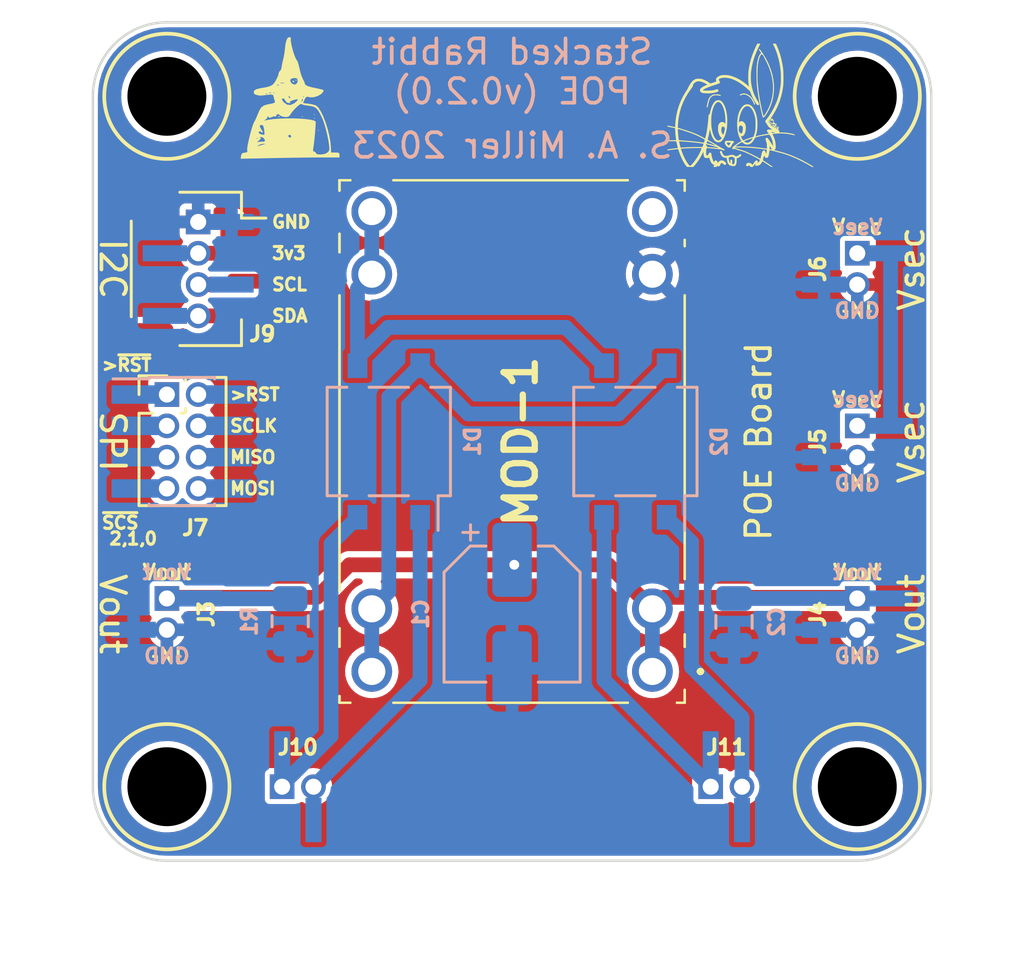
<source format=kicad_pcb>
(kicad_pcb (version 20211014) (generator pcbnew)
  (title_block (title "POE") (rev "0.2.0") (company "The Nerd Mage"))
  (layers (0 "F.Cu" signal) (31 "B.Cu" signal) (34 "B.Paste" user) (35 "F.Paste" user) (36 "B.SilkS" user "B.Silkscreen") (37 "F.SilkS" user "F.Silkscreen") (38 "B.Mask" user) (39 "F.Mask" user) (44 "Edge.Cuts" user))
  (net 0 "")
  (net 1 "Vsec")
  (net 2 "SDA")
  (net 3 "SCL")
  (net 4 "~{RESET}")
  (net 5 "RESET")
  (net 6 "Vcc?")
  (net 7 "Vout")
  (net 8 "GND")
  (net 10 "VB2")
  (net 11 "VB1")
  (net 12 "Vin+")
  (net 13 "Vin-")
  (net 14 "VA2")
  (net 15 "VA1")
  (net 16 "~{SCS}2")
  (net 17 "SCLK")
  (net 18 "MOSI")
  (net 19 "MISO")
  (net 20 "~{SCS}1")
  (net 21 "~{SCS}0")
  (footprint "Tinker:Mount" (layer "F.Cu") (at 114 114)
    (fp_text reference "REF**" hide)
    (fp_text value "Mount" hide)
    (pad "" np_thru_hole circle (at 0 0) (size 3.2 3.2) (drill 3.2) (layers *.Mask))
  )
  (footprint "Tinker:QWIIC_Stack_II" (layer "F.Cu") (at 87.27 93 -90)
    (fp_text reference "J9" (at 2.639626 -2.601746 180) (layer "F.SilkS") (effects (font (size 0.6 0.6))))
    (fp_text value "QWIIC_Stackable")
    (pad "1" smd rect (at -1.905 -1.35) (size 1.8 0.65) (layers "B.Cu" "B.Paste" "B.Mask") (net 8 "GND"))
    (pad "1" smd roundrect (at -1.5 -1.97 270) (size 0.6 1.55) (layers "F.Cu" "F.Paste" "F.Mask") (net 8 "GND"))
    (pad "1" thru_hole rect (at -1.905 0) (size 1 1) (drill 0.65) (layers *.Cu *.Mask) (net 8 "GND"))
    (pad "1" smd roundrect (at -1.905 -0.877656 270) (size 0.6 1.55) (layers "F.Cu" "F.Paste" "F.Mask") (net 8 "GND"))
    (pad "2" smd roundrect (at -0.5 -1.97 270) (size 0.6 1.55) (layers "F.Cu" "F.Paste" "F.Mask") (net 6 "Vcc?"))
    (pad "2" smd rect (at -0.635 1.35) (size 1.8 0.65) (layers "B.Cu" "B.Paste" "B.Mask") (net 6 "Vcc?"))
    (pad "2" thru_hole oval (at -0.635 0) (size 1 1) (drill 0.65) (layers *.Cu *.Mask) (net 6 "Vcc?"))
    (pad "2" smd roundrect (at -0.635 -0.877656 270) (size 0.6 1.55) (layers "F.Cu" "F.Paste" "F.Mask") (net 6 "Vcc?"))
    (pad "3" smd rect (at 0.635 -1.35) (size 1.8 0.65) (layers "B.Cu" "B.Paste" "B.Mask") (net 2 "SDA"))
    (pad "3" smd roundrect (at 0.5 -1.97 270) (size 0.6 1.55) (layers "F.Cu" "F.Paste" "F.Mask") (net 2 "SDA"))
    (pad "3" thru_hole oval (at 0.635 0) (size 1 1) (drill 0.65) (layers *.Cu *.Mask) (net 2 "SDA"))
    (pad "3" smd roundrect (at 0.635 -0.877656 270) (size 0.6 1.55) (layers "F.Cu" "F.Paste" "F.Mask") (net 2 "SDA"))
    (pad "4" smd rect (at 1.905 1.35) (size 1.8 0.65) (layers "B.Cu" "B.Paste" "B.Mask") (net 3 "SCL"))
    (pad "4" thru_hole oval (at 1.905 0) (size 1 1) (drill 0.65) (layers *.Cu *.Mask) (net 3 "SCL"))
    (pad "4" smd roundrect (at 1.5 -1.97 270) (size 0.6 1.55) (layers "F.Cu" "F.Paste" "F.Mask") (net 3 "SCL"))
    (pad "4" smd roundrect (at 1.905 -0.877656 270) (size 0.6 1.55) (layers "F.Cu" "F.Paste" "F.Mask") (net 3 "SCL"))
    (pad "MP" smd roundrect (at -2.8 1.905 270) (size 1.2 1.8) (layers "F.Cu" "F.Paste" "F.Mask") (roundrect_rratio 0.208333) (net 8 "GND"))
    (pad "MP" smd roundrect (at 2.8 1.905 270) (size 1.2 1.8) (layers "F.Cu" "F.Paste" "F.Mask") (roundrect_rratio 0.208333) (net 8 "GND"))
  )
  (footprint "Tinker:Board_Stacker_2" (layer "F.Cu") (at 108.055 114 90)
    (fp_text reference "J11" (at 1.6 0.635) (layer "F.SilkS") (effects (font (size 0.6 0.6))))
    (fp_text value "Conn_01x02_Male")
    (pad "1" thru_hole rect (at 0 0 90) (size 1 1) (drill 0.65) (layers *.Cu *.Mask) (net 15 "VA1"))
    (pad "1" smd rect (at 1.35 0 90) (size 1.8 0.65) (layers "B.Cu" "B.Paste" "B.Mask") (net 15 "VA1"))
    (pad "2" thru_hole oval (at 0 1.27 90) (size 1 1) (drill 0.65) (layers *.Cu *.Mask) (net 14 "VA2"))
    (pad "2" smd rect (at -1.35 1.27 90) (size 1.8 0.65) (layers "B.Cu" "B.Paste" "B.Mask") (net 14 "VA2"))
  )
  (footprint "Tinker:PinHeader_2x04_P1.27mm_Vertical" (layer "F.Cu") (at 86 98.095)
    (fp_text reference "J7" (at 1.149464 5.411414 180) (layer "F.SilkS") (effects (font (size 0.6 0.6))))
    (fp_text value "Conn_01x08_Male" hide)
    (pad "1" smd rect (at -1.195 0) (size 2.1 0.75) (layers "B.Cu" "B.Paste" "B.Mask") (net 4 "~{RESET}"))
    (pad "1" thru_hole rect (at 0 0) (size 1 1) (drill 0.65) (layers *.Cu *.Mask) (net 4 "~{RESET}"))
    (pad "2" smd rect (at 2.405 0) (size 2.1 0.75) (layers "B.Cu" "B.Paste" "B.Mask") (net 5 "RESET"))
    (pad "2" thru_hole oval (at 1.27 0) (size 1 1) (drill 0.65) (layers *.Cu *.Mask) (net 5 "RESET"))
    (pad "3" smd rect (at -1.195 1.27) (size 2.1 0.75) (layers "B.Cu" "B.Paste" "B.Mask") (net 16 "~{SCS}2"))
    (pad "3" thru_hole oval (at 0 1.27) (size 1 1) (drill 0.65) (layers *.Cu *.Mask) (net 16 "~{SCS}2"))
    (pad "4" thru_hole oval (at 1.27 1.27) (size 1 1) (drill 0.65) (layers *.Cu *.Mask) (net 17 "SCLK"))
    (pad "4" smd rect (at 2.405 1.27) (size 2.1 0.75) (layers "B.Cu" "B.Paste" "B.Mask") (net 17 "SCLK"))
    (pad "5" thru_hole oval (at 0 2.54) (size 1 1) (drill 0.65) (layers *.Cu *.Mask) (net 20 "~{SCS}1"))
    (pad "5" smd rect (at -1.195 2.54) (size 2.1 0.75) (layers "B.Cu" "B.Paste" "B.Mask") (net 20 "~{SCS}1"))
    (pad "6" smd rect (at 2.405 2.54) (size 2.1 0.75) (layers "B.Cu" "B.Paste" "B.Mask") (net 19 "MISO"))
    (pad "6" thru_hole oval (at 1.27 2.54) (size 1 1) (drill 0.65) (layers *.Cu *.Mask) (net 19 "MISO"))
    (pad "7" smd rect (at -1.195 3.81) (size 2.1 0.75) (layers "B.Cu" "B.Paste" "B.Mask") (net 21 "~{SCS}0"))
    (pad "7" thru_hole oval (at 0 3.81) (size 1 1) (drill 0.65) (layers *.Cu *.Mask) (net 21 "~{SCS}0"))
    (pad "8" thru_hole oval (at 1.27 3.81) (size 1 1) (drill 0.65) (layers *.Cu *.Mask) (net 18 "MOSI"))
    (pad "8" smd rect (at 2.405 3.81) (size 2.1 0.75) (layers "B.Cu" "B.Paste" "B.Mask") (net 18 "MOSI"))
  )
  (footprint "Tinker:Mount" (layer "F.Cu") (at 86 114)
    (fp_text reference "REF**" hide)
    (fp_text value "Mount" hide)
    (pad "" np_thru_hole circle (at 0 0) (size 3.2 3.2) (drill 3.2) (layers *.Mask))
  )
  (footprint "Tinker:DagNabbit" (layer "F.Cu") (at 109 87)
    (fp_text reference "REF**" hide)
    (fp_text value "DagNabbit" hide)
  )
  (footprint "Tinker:Board_Stacker_2" (layer "F.Cu") (at 90.675 114 90)
    (fp_text reference "J10" (at 1.6 0.635) (layer "F.SilkS") (effects (font (size 0.6 0.6))))
    (fp_text value "Conn_01x02_Male")
    (pad "1" smd rect (at 1.35 0 90) (size 1.8 0.65) (layers "B.Cu" "B.Paste" "B.Mask") (net 11 "VB1"))
    (pad "1" thru_hole rect (at 0 0 90) (size 1 1) (drill 0.65) (layers *.Cu *.Mask) (net 11 "VB1"))
    (pad "2" thru_hole oval (at 0 1.27 90) (size 1 1) (drill 0.65) (layers *.Cu *.Mask) (net 10 "VB2"))
    (pad "2" smd rect (at -1.35 1.27 90) (size 1.8 0.65) (layers "B.Cu" "B.Paste" "B.Mask") (net 10 "VB2"))
  )
  (footprint "Tinker:Board_Stacker_2" (layer "F.Cu") (at 114 106.365)
    (fp_text reference "J4" (at -1.6 0.635 90) (layer "F.SilkS") (effects (font (size 0.6 0.6))))
    (fp_text value "Conn_01x02_Male")
    (pad "1" thru_hole rect (at 0 0) (size 1 1) (drill 0.65) (layers *.Cu *.Mask) (net 7 "Vout"))
    (pad "1" smd rect (at 1.35 0) (size 1.8 0.65) (layers "B.Cu" "B.Paste" "B.Mask") (net 7 "Vout"))
    (pad "2" thru_hole oval (at 0 1.27) (size 1 1) (drill 0.65) (layers *.Cu *.Mask) (net 8 "GND"))
    (pad "2" smd rect (at -1.35 1.27) (size 1.8 0.65) (layers "B.Cu" "B.Paste" "B.Mask") (net 8 "GND"))
  )
  (footprint "Tinker:Mount" (layer "F.Cu") (at 114 86)
    (fp_text reference "REF**" hide)
    (fp_text value "Mount" hide)
    (pad "" np_thru_hole circle (at 0 0) (size 3.2 3.2) (drill 3.2) (layers *.Mask))
  )
  (footprint "Tinker:Ag9912LP" (layer "F.Cu") (at 105.69 109.325 90)
    (fp_text reference "MOD-1" (at 9.325 -5.345 90) (layer "F.SilkS") (effects (font (size 1.27 1.27) (thickness 0.254))))
    (fp_text value "Ag9912LP" hide)
    (pad "1" thru_hole circle (at 0 0 90) (size 1.65 1.65) (drill 1.1) (layers *.Cu *.Mask) (net 7 "Vout"))
    (pad "2" thru_hole circle (at 2.54 0 90) (size 1.65 1.65) (drill 1.1) (layers *.Cu *.Mask) (net 7 "Vout"))
    (pad "3" thru_hole circle (at 16.11 0 90) (size 1.65 1.65) (drill 1.1) (layers *.Cu *.Mask) (net 8 "GND"))
    (pad "4" thru_hole circle (at 18.65 0 90) (size 1.65 1.65) (drill 1.1) (layers *.Cu *.Mask))
    (pad "5" thru_hole circle (at 18.65 -11.38 90) (size 1.65 1.65) (drill 1.1) (layers *.Cu *.Mask) (net 12 "Vin+"))
    (pad "6" thru_hole circle (at 16.11 -11.38 90) (size 1.65 1.65) (drill 1.1) (layers *.Cu *.Mask) (net 12 "Vin+"))
    (pad "7" thru_hole circle (at 2.54 -11.38 90) (size 1.65 1.65) (drill 1.1) (layers *.Cu *.Mask) (net 13 "Vin-"))
    (pad "8" thru_hole circle (at 0 -11.38 90) (size 1.65 1.65) (drill 1.1) (layers *.Cu *.Mask) (net 13 "Vin-"))
  )
  (footprint "Tinker:Board_Stacker_2" (layer "F.Cu") (at 86 106.365)
    (fp_text reference "J3" (at 1.6 0.635 90) (layer "F.SilkS") (effects (font (size 0.6 0.6))))
    (fp_text value "Conn_01x02_Male")
    (pad "1" smd rect (at 1.35 0) (size 1.8 0.65) (layers "B.Cu" "B.Paste" "B.Mask") (net 7 "Vout"))
    (pad "1" thru_hole rect (at 0 0) (size 1 1) (drill 0.65) (layers *.Cu *.Mask) (net 7 "Vout"))
    (pad "2" smd rect (at -1.35 1.27) (size 1.8 0.65) (layers "B.Cu" "B.Paste" "B.Mask") (net 8 "GND"))
    (pad "2" thru_hole oval (at 0 1.27) (size 1 1) (drill 0.65) (layers *.Cu *.Mask) (net 8 "GND"))
  )
  (footprint "Tinker:Board_Stacker_2" (layer "F.Cu") (at 114 92.365)
    (fp_text reference "J6" (at -1.6 0.635 90) (layer "F.SilkS") (effects (font (size 0.6 0.6))))
    (fp_text value "Conn_01x02_Male")
    (pad "1" thru_hole rect (at 0 0) (size 1 1) (drill 0.65) (layers *.Cu *.Mask) (net 1 "Vsec"))
    (pad "1" smd rect (at 1.35 0) (size 1.8 0.65) (layers "B.Cu" "B.Paste" "B.Mask") (net 1 "Vsec"))
    (pad "2" smd rect (at -1.35 1.27) (size 1.8 0.65) (layers "B.Cu" "B.Paste" "B.Mask") (net 8 "GND"))
    (pad "2" thru_hole oval (at 0 1.27) (size 1 1) (drill 0.65) (layers *.Cu *.Mask) (net 8 "GND"))
  )
  (footprint "Tinker:Board_Stacker_2" (layer "F.Cu") (at 114 99.365)
    (fp_text reference "J5" (at -1.6 0.635 90) (layer "F.SilkS") (effects (font (size 0.6 0.6))))
    (fp_text value "Conn_01x02_Male")
    (pad "1" smd rect (at 1.35 0) (size 1.8 0.65) (layers "B.Cu" "B.Paste" "B.Mask") (net 1 "Vsec"))
    (pad "1" thru_hole rect (at 0 0) (size 1 1) (drill 0.65) (layers *.Cu *.Mask) (net 1 "Vsec"))
    (pad "2" thru_hole oval (at 0 1.27) (size 1 1) (drill 0.65) (layers *.Cu *.Mask) (net 8 "GND"))
    (pad "2" smd rect (at -1.35 1.27) (size 1.8 0.65) (layers "B.Cu" "B.Paste" "B.Mask") (net 8 "GND"))
  )
  (footprint "Tinker:Mount" (layer "F.Cu") (at 86 86)
    (fp_text reference "REF**" hide)
    (fp_text value "Mount" hide)
    (pad "" np_thru_hole circle (at 0 0) (size 3.2 3.2) (drill 3.2) (layers *.Mask))
  )
  (footprint "Tinker:NerdMage" (layer "F.Cu") (at 91 86)
    (fp_text reference "G***" hide)
    (fp_text value "LOGO" hide)
  )
  (footprint "Capacitor_SMD:C_0805_2012Metric" (layer "B.Cu") (at 109 107.316633 -90)
    (fp_text reference "C2" (at 0 -1.73 90) (layer "B.SilkS") (effects (font (size 0.6 0.6)) (justify mirror)))
    (fp_text value "10uf")
    (pad "1" smd roundrect (at -0.95 0 270) (size 1 1.45) (layers "B.Cu" "B.Paste" "B.Mask") (net 7 "Vout"))
    (pad "2" smd roundrect (at 0.95 0 270) (size 1 1.45) (layers "B.Cu" "B.Paste" "B.Mask") (net 8 "GND"))
  )
  (footprint "Capacitor_SMD:CP_Elec_5x3" (layer "B.Cu") (at 100 107 -90)
    (fp_text reference "C1" (at 0 3.7 90) (layer "B.SilkS") (effects (font (size 0.6 0.6)) (justify mirror)))
    (fp_text value "100uf")
    (pad "1" smd roundrect (at -2.2 0 270) (size 3 1.6) (layers "B.Cu" "B.Paste" "B.Mask") (roundrect_rratio 0.15625) (net 7 "Vout"))
    (pad "2" smd roundrect (at 2.2 0 270) (size 3 1.6) (layers "B.Cu" "B.Paste" "B.Mask") (roundrect_rratio 0.15625) (net 8 "GND"))
  )
  (footprint "Package_TO_SOT_SMD:TO-269AA" (layer "B.Cu") (at 95 100 90)
    (fp_text reference "D1" (at 0 3.4 90) (layer "B.SilkS") (effects (font (size 0.6 0.6)) (justify mirror)))
    (fp_text value "MB4S")
    (pad "1" smd rect (at -3.075 1.27 90) (size 1 0.8) (layers "B.Cu" "B.Paste" "B.Mask") (net 10 "VB2"))
    (pad "2" smd rect (at -3.075 -1.27 90) (size 1 0.8) (layers "B.Cu" "B.Paste" "B.Mask") (net 11 "VB1"))
    (pad "3" smd rect (at 3.075 -1.27 90) (size 1 0.8) (layers "B.Cu" "B.Paste" "B.Mask") (net 12 "Vin+"))
    (pad "4" smd rect (at 3.075 1.27 90) (size 1 0.8) (layers "B.Cu" "B.Paste" "B.Mask") (net 13 "Vin-"))
  )
  (footprint "Resistor_SMD:R_0805_2012Metric" (layer "B.Cu") (at 91 107.291197 -90)
    (fp_text reference "R1" (at 0 1.65 90) (layer "B.SilkS") (effects (font (size 0.6 0.6)) (justify mirror)))
    (fp_text value "R")
    (pad "1" smd roundrect (at -0.9125 0 270) (size 1.025 1.4) (layers "B.Cu" "B.Paste" "B.Mask") (roundrect_rratio 0.243902) (net 7 "Vout"))
    (pad "2" smd roundrect (at 0.9125 0 270) (size 1.025 1.4) (layers "B.Cu" "B.Paste" "B.Mask") (roundrect_rratio 0.243902) (net 8 "GND"))
  )
  (footprint "Package_TO_SOT_SMD:TO-269AA" (layer "B.Cu") (at 105 100 90)
    (fp_text reference "D2" (at 0 3.4 90) (layer "B.SilkS") (effects (font (size 0.6 0.6)) (justify mirror)))
    (fp_text value "MB4S")
    (pad "1" smd rect (at -3.075 1.27 90) (size 1 0.8) (layers "B.Cu" "B.Paste" "B.Mask") (net 14 "VA2"))
    (pad "2" smd rect (at -3.075 -1.27 90) (size 1 0.8) (layers "B.Cu" "B.Paste" "B.Mask") (net 15 "VA1"))
    (pad "3" smd rect (at 3.075 -1.27 90) (size 1 0.8) (layers "B.Cu" "B.Paste" "B.Mask") (net 12 "Vin+"))
    (pad "4" smd rect (at 3.075 1.27 90) (size 1 0.8) (layers "B.Cu" "B.Paste" "B.Mask") (net 13 "Vin-"))
  )
  (gr_line (start 117 86) (end 117 114) (layer "Edge.Cuts") (width 0.1))
  (gr_arc (start 86 117) (mid 83.87868 116.12132) (end 83 114) (layer "Edge.Cuts") (width 0.1))
  (gr_arc (start 83 86) (mid 83.87868 83.87868) (end 86 83) (layer "Edge.Cuts") (width 0.1))
  (gr_line (start 86 83) (end 114 83) (layer "Edge.Cuts") (width 0.1))
  (gr_line (start 83 114) (end 83 86) (layer "Edge.Cuts") (width 0.1))
  (gr_arc (start 114 83) (mid 116.12132 83.87868) (end 117 86) (layer "Edge.Cuts") (width 0.1))
  (gr_line (start 86 117) (end 114 117) (layer "Edge.Cuts") (width 0.1))
  (gr_arc (start 117 114) (mid 116.12132 116.12132) (end 114 117) (layer "Edge.Cuts") (width 0.1))
  (gr_text "Stacked Rabbit\n${TITLE} (v${REVISION})" (at 100 85) (layer "B.SilkS") (effects (font (size 1 1)) (justify mirror)))
  (gr_text "GND" (at 86 108.7) (layer "B.SilkS") (effects (font (size 0.6 0.6) (thickness 0.125)) (justify mirror)))
  (gr_text "GND" (at 114 108.7) (layer "B.SilkS") (effects (font (size 0.6 0.6) (thickness 0.125)) (justify mirror)))
  (gr_text "S. A. Miller 2023" (at 100 88) (layer "B.SilkS") (effects (font (size 1 1)) (justify mirror)))
  (gr_text "Vout" (at 114 105.3) (layer "B.SilkS") (effects (font (size 0.6 0.6) (thickness 0.125)) (justify mirror)))
  (gr_text "GND" (at 114 94.7) (layer "B.SilkS") (effects (font (size 0.6 0.6) (thickness 0.125)) (justify mirror)))
  (gr_text "Vsec" (at 114 91.3) (layer "B.SilkS") (effects (font (size 0.6 0.6) (thickness 0.125)) (justify mirror)))
  (gr_text "Vout" (at 86 105.3) (layer "B.SilkS") (effects (font (size 0.6 0.6) (thickness 0.125)) (justify mirror)))
  (gr_text "Vsec" (at 114 98.3) (layer "B.SilkS") (effects (font (size 0.6 0.6) (thickness 0.125)) (justify mirror)))
  (gr_text "GND" (at 114 101.7) (layer "B.SilkS") (effects (font (size 0.6 0.6) (thickness 0.125)) (justify mirror)))
  (gr_text "GND" (at 114 108.7) (layer "F.SilkS") (effects (font (size 0.6 0.6) (thickness 0.125))))
  (gr_text "I2C" (at 83.8 93 -90) (layer "F.SilkS") (effects (font (size 1 1))))
  (gr_text "Vout" (at 83.8 107 -90) (layer "F.SilkS") (effects (font (size 1 1))))
  (gr_text "Vout" (at 86 105.3) (layer "F.SilkS") (effects (font (size 0.6 0.6) (thickness 0.125))))
  (gr_text "SDA" (at 90.2 94.905) (layer "F.SilkS") (effects (font (size 0.5 0.5) (thickness 0.125)) (justify left)))
  (gr_text "GND" (at 90.2 91.095) (layer "F.SilkS") (effects (font (size 0.5 0.5) (thickness 0.125)) (justify left)))
  (gr_text "GND" (at 114 94.7) (layer "F.SilkS") (effects (font (size 0.6 0.6) (thickness 0.125))))
  (gr_text ">~{RST}" (at 83.3 96.9) (layer "F.SilkS") (effects (font (size 0.5 0.5) (thickness 0.125)) (justify left)))
  (gr_text "3v3" (at 90.2 92.365) (layer "F.SilkS") (effects (font (size 0.5 0.5) (thickness 0.125)) (justify left)))
  (gr_text "SPI" (at 83.8 100 -90) (layer "F.SilkS") (effects (font (size 1 1))))
  (gr_text "GND" (at 114 101.7) (layer "F.SilkS") (effects (font (size 0.6 0.6) (thickness 0.125))))
  (gr_text "Vsec" (at 114 91.3) (layer "F.SilkS") (effects (font (size 0.6 0.6) (thickness 0.125))))
  (gr_text "${TITLE} Board" (at 110 100 90) (layer "F.SilkS") (effects (font (size 1 1))))
  (gr_text "MISO" (at 88.5 100.635) (layer "F.SilkS") (effects (font (size 0.5 0.5) (thickness 0.125)) (justify left)))
  (gr_text "SCLK" (at 88.5 99.365) (layer "F.SilkS") (effects (font (size 0.5 0.5) (thickness 0.125)) (justify left)))
  (gr_text "Vsec" (at 114 98.3) (layer "F.SilkS") (effects (font (size 0.6 0.6) (thickness 0.125))))
  (gr_text ">RST" (at 88.5 98.095) (layer "F.SilkS") (effects (font (size 0.5 0.5) (thickness 0.125)) (justify left)))
  (gr_text "Vsec" (at 116.2 100 90) (layer "F.SilkS") (effects (font (size 1 1))))
  (gr_text "Vout" (at 114 105.3) (layer "F.SilkS") (effects (font (size 0.6 0.6) (thickness 0.125))))
  (gr_text "~{SCS}" (at 83.3 103.3) (layer "F.SilkS") (effects (font (size 0.5 0.5) (thickness 0.125)) (justify left)))
  (gr_text "Vsec" (at 116.2 93 90) (layer "F.SilkS") (effects (font (size 1 1))))
  (gr_text "SCL" (at 90.2 93.635) (layer "F.SilkS") (effects (font (size 0.5 0.5) (thickness 0.125)) (justify left)))
  (gr_text "GND" (at 86 108.7) (layer "F.SilkS") (effects (font (size 0.6 0.6) (thickness 0.125))))
  (gr_text "MOSI" (at 88.5 101.905) (layer "F.SilkS") (effects (font (size 0.5 0.5) (thickness 0.125)) (justify left)))
  (gr_text "Vout" (at 116.2 107 90) (layer "F.SilkS") (effects (font (size 1 1))))
  (gr_text "2,1,0" (at 83.6 103.94) (layer "F.SilkS") (effects (font (size 0.5 0.5) (thickness 0.125)) (justify left)))
  (segment (start 115.35 92.365) (end 115.35 99.365) (width 0.6) (layer "B.Cu") (net 1))
  (segment (start 105.69 106.785) (end 103.905 105) (width 0.6) (layer "F.Cu") (net 7))
  (segment (start 100.088706 105) (end 93.403284 105) (width 0.6) (layer "F.Cu") (net 7))
  (segment (start 93.403284 105) (end 92.083284 106.32) (width 0.6) (layer "F.Cu") (net 7))
  (segment (start 105.69 106.785) (end 106.155 106.32) (width 0.6) (layer "F.Cu") (net 7))
  (segment (start 103.905 105) (end 100.088706 105) (width 0.6) (layer "F.Cu") (net 7))
  (segment (start 106.155 106.32) (end 114 106.32) (width 0.6) (layer "F.Cu") (net 7))
  (segment (start 92.083284 106.32) (end 86 106.32) (width 0.6) (layer "F.Cu") (net 7))
  (via (at 100.088706 105) (size 0.6) (drill 0.4) (layers "F.Cu" "B.Cu") (net 7))
  (segment (start 86.058697 106.378697) (end 86 106.32) (width 0.6) (layer "B.Cu") (net 7))
  (segment (start 109 106.366633) (end 113.953367 106.366633) (width 0.6) (layer "B.Cu") (net 7))
  (segment (start 91 106.378697) (end 86.058697 106.378697) (width 0.6) (layer "B.Cu") (net 7))
  (segment (start 113.953367 106.366633) (end 114 106.32) (width 0.6) (layer "B.Cu") (net 7))
  (segment (start 105.69 106.785) (end 105.69 109.325) (width 0.6) (layer "B.Cu") (net 7))
  (segment (start 96.27 109.675) (end 96.27 103.075) (width 0.6) (layer "B.Cu") (net 10))
  (segment (start 91.945 114) (end 96.27 109.675) (width 0.6) (layer "B.Cu") (net 10))
  (segment (start 90.675 113.926497) (end 92.658672 111.942825) (width 0.6) (layer "B.Cu") (net 11))
  (segment (start 92.658672 104.146328) (end 93.73 103.075) (width 0.6) (layer "B.Cu") (net 11))
  (segment (start 92.658672 111.942825) (end 92.658672 104.146328) (width 0.6) (layer "B.Cu") (net 11))
  (segment (start 90.675 114) (end 90.675 113.926497) (width 0.6) (layer "B.Cu") (net 11))
  (segment (start 94.31 93.215) (end 94.31 90.675) (width 0.6) (layer "B.Cu") (net 12))
  (segment (start 94.970757 95.37084) (end 93.73 96.611597) (width 0.6) (layer "B.Cu") (net 12))
  (segment (start 93.73 93.795) (end 94.31 93.215) (width 0.6) (layer "B.Cu") (net 12))
  (segment (start 102.185543 95.380543) (end 102.185543 95.37084) (width 0.6) (layer "B.Cu") (net 12))
  (segment (start 102.185543 95.37084) (end 94.970757 95.37084) (width 0.6) (layer "B.Cu") (net 12))
  (segment (start 103.73 96.925) (end 102.185543 95.380543) (width 0.6) (layer "B.Cu") (net 12))
  (segment (start 93.73 96.611597) (end 93.73 96.925) (width 0.6) (layer "B.Cu") (net 12))
  (segment (start 93.73 96.925) (end 93.73 93.795) (width 0.6) (layer "B.Cu") (net 12))
  (segment (start 95 98.195) (end 96.27 96.925) (width 0.6) (layer "B.Cu") (net 13))
  (segment (start 94.31 106.785) (end 94.31 109.325) (width 0.6) (layer "B.Cu") (net 13))
  (segment (start 95 106.095) (end 95 98.195) (width 0.6) (layer "B.Cu") (net 13))
  (segment (start 96.27 96.925) (end 98.22467 98.87967) (width 0.6) (layer "B.Cu") (net 13))
  (segment (start 98.22467 98.87967) (end 104.31533 98.87967) (width 0.6) (layer "B.Cu") (net 13))
  (segment (start 94.31 106.785) (end 95 106.095) (width 0.6) (layer "B.Cu") (net 13))
  (segment (start 104.31533 98.87967) (end 106.27 96.925) (width 0.6) (layer "B.Cu") (net 13))
  (segment (start 107.277119 104.082119) (end 107.277119 109.144237) (width 0.6) (layer "B.Cu") (net 14))
  (segment (start 109.325 111.192118) (end 109.325 114) (width 0.6) (layer "B.Cu") (net 14))
  (segment (start 106.27 103.075) (end 107.277119 104.082119) (width 0.6) (layer "B.Cu") (net 14))
  (segment (start 107.277119 109.144237) (end 109.325 111.192118) (width 0.6) (layer "B.Cu") (net 14))
  (segment (start 103.73 109.675) (end 103.73 103.075) (width 0.6) (layer "B.Cu") (net 15))
  (segment (start 108.055 114) (end 103.73 109.675) (width 0.6) (layer "B.Cu") (net 15))
  (zone (net 8) (net_name "GND") (layer "F.Cu") (connect_pads (clearance 0.254)) (min_thickness 0.254) (fill yes (thermal_gap 0.254) (thermal_bridge_width 0.508))
    (polygon (pts (xy 118.582229 117.809465) (xy 81.651499 117.809467) (xy 81.651498 82.584881) (xy 118.582228 82.584879)))
  )
  (zone (net 8) (net_name "GND") (layer "B.Cu") (connect_pads (clearance 0.2)) (min_thickness 0.2) (fill yes (thermal_gap 0.254) (thermal_bridge_width 0.508))
    (polygon (pts (xy 119.380001 118.507005) (xy 80.682697 118.507005) (xy 80.682697 82.09421) (xy 119.380001 82.09421)))
  )
)
</source>
